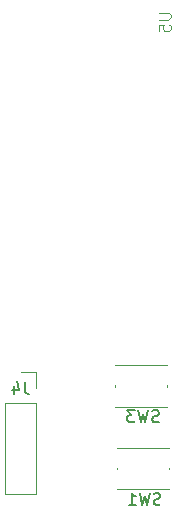
<source format=gbr>
%TF.GenerationSoftware,KiCad,Pcbnew,8.0.1*%
%TF.CreationDate,2024-05-04T10:24:30-07:00*%
%TF.ProjectId,schematic,73636865-6d61-4746-9963-2e6b69636164,rev?*%
%TF.SameCoordinates,Original*%
%TF.FileFunction,Legend,Bot*%
%TF.FilePolarity,Positive*%
%FSLAX46Y46*%
G04 Gerber Fmt 4.6, Leading zero omitted, Abs format (unit mm)*
G04 Created by KiCad (PCBNEW 8.0.1) date 2024-05-04 10:24:30*
%MOMM*%
%LPD*%
G01*
G04 APERTURE LIST*
%ADD10C,0.150000*%
%ADD11C,0.100000*%
%ADD12C,0.120000*%
G04 APERTURE END LIST*
D10*
X154983333Y-90234819D02*
X154983333Y-90949104D01*
X154983333Y-90949104D02*
X155030952Y-91091961D01*
X155030952Y-91091961D02*
X155126190Y-91187200D01*
X155126190Y-91187200D02*
X155269047Y-91234819D01*
X155269047Y-91234819D02*
X155364285Y-91234819D01*
X154078571Y-90568152D02*
X154078571Y-91234819D01*
X154316666Y-90187200D02*
X154554761Y-90901485D01*
X154554761Y-90901485D02*
X153935714Y-90901485D01*
X166483332Y-100607200D02*
X166340475Y-100654819D01*
X166340475Y-100654819D02*
X166102380Y-100654819D01*
X166102380Y-100654819D02*
X166007142Y-100607200D01*
X166007142Y-100607200D02*
X165959523Y-100559580D01*
X165959523Y-100559580D02*
X165911904Y-100464342D01*
X165911904Y-100464342D02*
X165911904Y-100369104D01*
X165911904Y-100369104D02*
X165959523Y-100273866D01*
X165959523Y-100273866D02*
X166007142Y-100226247D01*
X166007142Y-100226247D02*
X166102380Y-100178628D01*
X166102380Y-100178628D02*
X166292856Y-100131009D01*
X166292856Y-100131009D02*
X166388094Y-100083390D01*
X166388094Y-100083390D02*
X166435713Y-100035771D01*
X166435713Y-100035771D02*
X166483332Y-99940533D01*
X166483332Y-99940533D02*
X166483332Y-99845295D01*
X166483332Y-99845295D02*
X166435713Y-99750057D01*
X166435713Y-99750057D02*
X166388094Y-99702438D01*
X166388094Y-99702438D02*
X166292856Y-99654819D01*
X166292856Y-99654819D02*
X166054761Y-99654819D01*
X166054761Y-99654819D02*
X165911904Y-99702438D01*
X165578570Y-99654819D02*
X165340475Y-100654819D01*
X165340475Y-100654819D02*
X165149999Y-99940533D01*
X165149999Y-99940533D02*
X164959523Y-100654819D01*
X164959523Y-100654819D02*
X164721428Y-99654819D01*
X163816666Y-100654819D02*
X164388094Y-100654819D01*
X164102380Y-100654819D02*
X164102380Y-99654819D01*
X164102380Y-99654819D02*
X164197618Y-99797676D01*
X164197618Y-99797676D02*
X164292856Y-99892914D01*
X164292856Y-99892914D02*
X164388094Y-99940533D01*
D11*
X166342419Y-58998095D02*
X167151942Y-58998095D01*
X167151942Y-58998095D02*
X167247180Y-59045714D01*
X167247180Y-59045714D02*
X167294800Y-59093333D01*
X167294800Y-59093333D02*
X167342419Y-59188571D01*
X167342419Y-59188571D02*
X167342419Y-59379047D01*
X167342419Y-59379047D02*
X167294800Y-59474285D01*
X167294800Y-59474285D02*
X167247180Y-59521904D01*
X167247180Y-59521904D02*
X167151942Y-59569523D01*
X167151942Y-59569523D02*
X166342419Y-59569523D01*
X166342419Y-60521904D02*
X166342419Y-60045714D01*
X166342419Y-60045714D02*
X166818609Y-59998095D01*
X166818609Y-59998095D02*
X166770990Y-60045714D01*
X166770990Y-60045714D02*
X166723371Y-60140952D01*
X166723371Y-60140952D02*
X166723371Y-60379047D01*
X166723371Y-60379047D02*
X166770990Y-60474285D01*
X166770990Y-60474285D02*
X166818609Y-60521904D01*
X166818609Y-60521904D02*
X166913847Y-60569523D01*
X166913847Y-60569523D02*
X167151942Y-60569523D01*
X167151942Y-60569523D02*
X167247180Y-60521904D01*
X167247180Y-60521904D02*
X167294800Y-60474285D01*
X167294800Y-60474285D02*
X167342419Y-60379047D01*
X167342419Y-60379047D02*
X167342419Y-60140952D01*
X167342419Y-60140952D02*
X167294800Y-60045714D01*
X167294800Y-60045714D02*
X167247180Y-59998095D01*
D10*
X166358332Y-93607200D02*
X166215475Y-93654819D01*
X166215475Y-93654819D02*
X165977380Y-93654819D01*
X165977380Y-93654819D02*
X165882142Y-93607200D01*
X165882142Y-93607200D02*
X165834523Y-93559580D01*
X165834523Y-93559580D02*
X165786904Y-93464342D01*
X165786904Y-93464342D02*
X165786904Y-93369104D01*
X165786904Y-93369104D02*
X165834523Y-93273866D01*
X165834523Y-93273866D02*
X165882142Y-93226247D01*
X165882142Y-93226247D02*
X165977380Y-93178628D01*
X165977380Y-93178628D02*
X166167856Y-93131009D01*
X166167856Y-93131009D02*
X166263094Y-93083390D01*
X166263094Y-93083390D02*
X166310713Y-93035771D01*
X166310713Y-93035771D02*
X166358332Y-92940533D01*
X166358332Y-92940533D02*
X166358332Y-92845295D01*
X166358332Y-92845295D02*
X166310713Y-92750057D01*
X166310713Y-92750057D02*
X166263094Y-92702438D01*
X166263094Y-92702438D02*
X166167856Y-92654819D01*
X166167856Y-92654819D02*
X165929761Y-92654819D01*
X165929761Y-92654819D02*
X165786904Y-92702438D01*
X165453570Y-92654819D02*
X165215475Y-93654819D01*
X165215475Y-93654819D02*
X165024999Y-92940533D01*
X165024999Y-92940533D02*
X164834523Y-93654819D01*
X164834523Y-93654819D02*
X164596428Y-92654819D01*
X164310713Y-92654819D02*
X163691666Y-92654819D01*
X163691666Y-92654819D02*
X164024999Y-93035771D01*
X164024999Y-93035771D02*
X163882142Y-93035771D01*
X163882142Y-93035771D02*
X163786904Y-93083390D01*
X163786904Y-93083390D02*
X163739285Y-93131009D01*
X163739285Y-93131009D02*
X163691666Y-93226247D01*
X163691666Y-93226247D02*
X163691666Y-93464342D01*
X163691666Y-93464342D02*
X163739285Y-93559580D01*
X163739285Y-93559580D02*
X163786904Y-93607200D01*
X163786904Y-93607200D02*
X163882142Y-93654819D01*
X163882142Y-93654819D02*
X164167856Y-93654819D01*
X164167856Y-93654819D02*
X164263094Y-93607200D01*
X164263094Y-93607200D02*
X164310713Y-93559580D01*
D12*
%TO.C,J4*%
X153320000Y-92050000D02*
X155980000Y-92050000D01*
X153320000Y-99730000D02*
X153320000Y-92050000D01*
X153320000Y-99730000D02*
X155980000Y-99730000D01*
X154650000Y-89450000D02*
X155980000Y-89450000D01*
X155980000Y-89450000D02*
X155980000Y-90780000D01*
X155980000Y-99730000D02*
X155980000Y-92050000D01*
%TO.C,SW1*%
X162800000Y-97650000D02*
X162800000Y-97550000D01*
X162800000Y-99350000D02*
X167200000Y-99350000D01*
X167200000Y-95850000D02*
X162800000Y-95850000D01*
X167200000Y-97650000D02*
X167200000Y-97550000D01*
%TO.C,SW3*%
X162675000Y-90650000D02*
X162675000Y-90550000D01*
X162675000Y-92350000D02*
X167075000Y-92350000D01*
X167075000Y-88850000D02*
X162675000Y-88850000D01*
X167075000Y-90650000D02*
X167075000Y-90550000D01*
%TD*%
M02*

</source>
